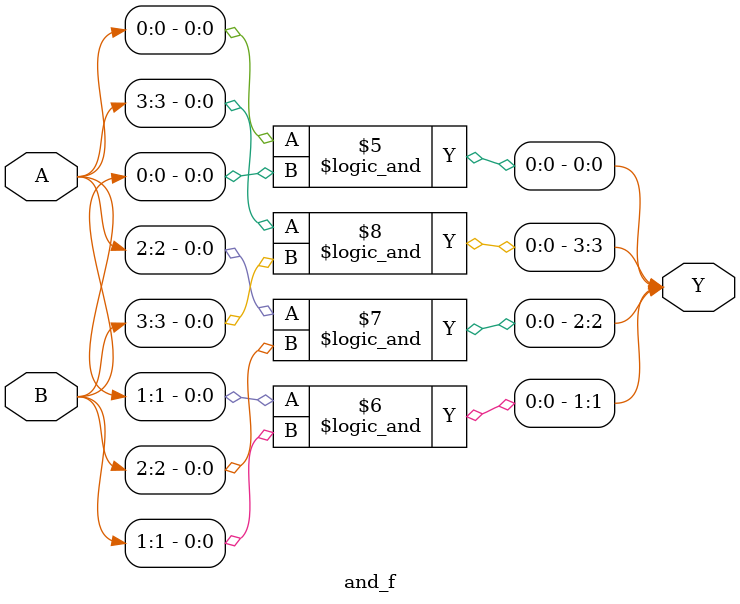
<source format=sv>
module and_f
			# (parameter M = 4)
			  (A, B, Y);
	
	input [M-1:0] A;
	input [M-1:0] B;
	
	output [M-1:0] Y;
	
		initial begin
		
			for (int i = 0; i < $size(A); i++) begin
			
					Y[i] = A[i] && B[i];
			end
		end
		
endmodule
</source>
